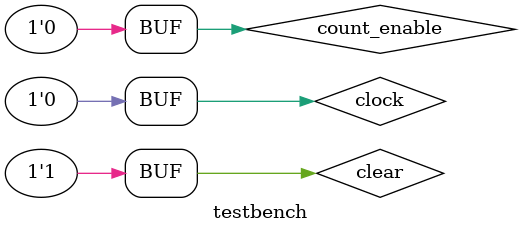
<source format=v>
module testbench;
	`timescale 1ns/1ps
	reg count_enable,clear,clock;
	wire [3:0] q;
	
	JKupcounter4bit jk4bit(q,clock,clear,count_enable);
	
	initial 
		begin
			count_enable=1'b0; clear=1'b0;  clock=1'b1;
			#10
			count_enable=1'b0; clear=1'b0;  clock=1'b0;
			#10
			count_enable=1'b1; clear=1'b1;  clock=1'b1;
			#10
			count_enable=1'b1; clear=1'b1;  clock=1'b0;
			#10
			count_enable=1'b1; clear=1'b1;  clock=1'b1;
			#10
			count_enable=1'b1; clear=1'b1;  clock=1'b0;
			#10
			count_enable=1'b1; clear=1'b1;  clock=1'b1;
			#10
			count_enable=1'b1; clear=1'b1;  clock=1'b0;
			#10
			count_enable=1'b1; clear=1'b1;  clock=1'b1;
			#10
			count_enable=1'b1; clear=1'b1;  clock=1'b0;
			#10
			count_enable=1'b1; clear=1'b1;  clock=1'b1;
			#10
			count_enable=1'b1; clear=1'b1;  clock=1'b0;
			#10
			count_enable=1'b1; clear=1'b1;  clock=1'b1;
			#10
			count_enable=1'b1; clear=1'b1;  clock=1'b0;
			#10
			count_enable=1'b1; clear=1'b1;  clock=1'b1;
			#10
			count_enable=1'b1; clear=1'b1;  clock=1'b0;
			#10
			count_enable=1'b1; clear=1'b1;  clock=1'b1;
			#10
			count_enable=1'b1; clear=1'b1;  clock=1'b0;
			#10
			count_enable=1'b1; clear=1'b1;  clock=1'b1;
			#10
			count_enable=1'b1; clear=1'b1;  clock=1'b0;
			#10
			count_enable=1'b1; clear=1'b1;  clock=1'b1;
			#10
			count_enable=1'b1; clear=1'b1;  clock=1'b0;
			#10
			count_enable=1'b1; clear=1'b1;  clock=1'b1;
			#10
			count_enable=1'b1; clear=1'b1;  clock=1'b0;
			#10
			count_enable=1'b1; clear=1'b1;  clock=1'b1;
			#10
			count_enable=1'b1; clear=1'b1;  clock=1'b0;
			#10
			count_enable=1'b1; clear=1'b1;  clock=1'b1;
			#10
			count_enable=1'b1; clear=1'b1;  clock=1'b0;
			#10
			count_enable=1'b1; clear=1'b1;  clock=1'b1;
			#10
			count_enable=1'b1; clear=1'b1;  clock=1'b0;
			#10
			count_enable=1'b1; clear=1'b1;  clock=1'b1;
			#10
			count_enable=1'b1; clear=1'b1;  clock=1'b0;
			#10
			count_enable=1'b1; clear=1'b1;  clock=1'b1;
			#10
			count_enable=1'b1; clear=1'b1;  clock=1'b0;
			#10
			count_enable=1'b1; clear=1'b1;  clock=1'b1;
			#10
			count_enable=1'b1; clear=1'b1;  clock=1'b0;
			#10
			count_enable=1'b0; clear=1'b1;  clock=1'b1;
			#10
			count_enable=1'b0; clear=1'b1;  clock=1'b0;
			#10
			count_enable=1'b0; clear=1'b0;  clock=1'b1;
			#10
			count_enable=1'b0; clear=1'b1;  clock=1'b0;
			#10
			count_enable=1'b0; clear=1'b1;  clock=1'b1;
			#10
			count_enable=1'b0; clear=1'b1;  clock=1'b0;
		end
	initial
			$monitor($time," q = %b ** clock = %b clear = %b count_enable = %b",q,clock,clear,count_enable);

endmodule


</source>
